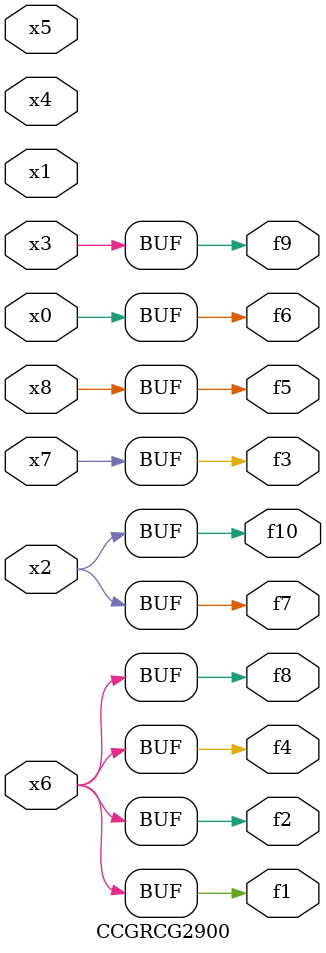
<source format=v>
module CCGRCG2900(
	input x0, x1, x2, x3, x4, x5, x6, x7, x8,
	output f1, f2, f3, f4, f5, f6, f7, f8, f9, f10
);
	assign f1 = x6;
	assign f2 = x6;
	assign f3 = x7;
	assign f4 = x6;
	assign f5 = x8;
	assign f6 = x0;
	assign f7 = x2;
	assign f8 = x6;
	assign f9 = x3;
	assign f10 = x2;
endmodule

</source>
